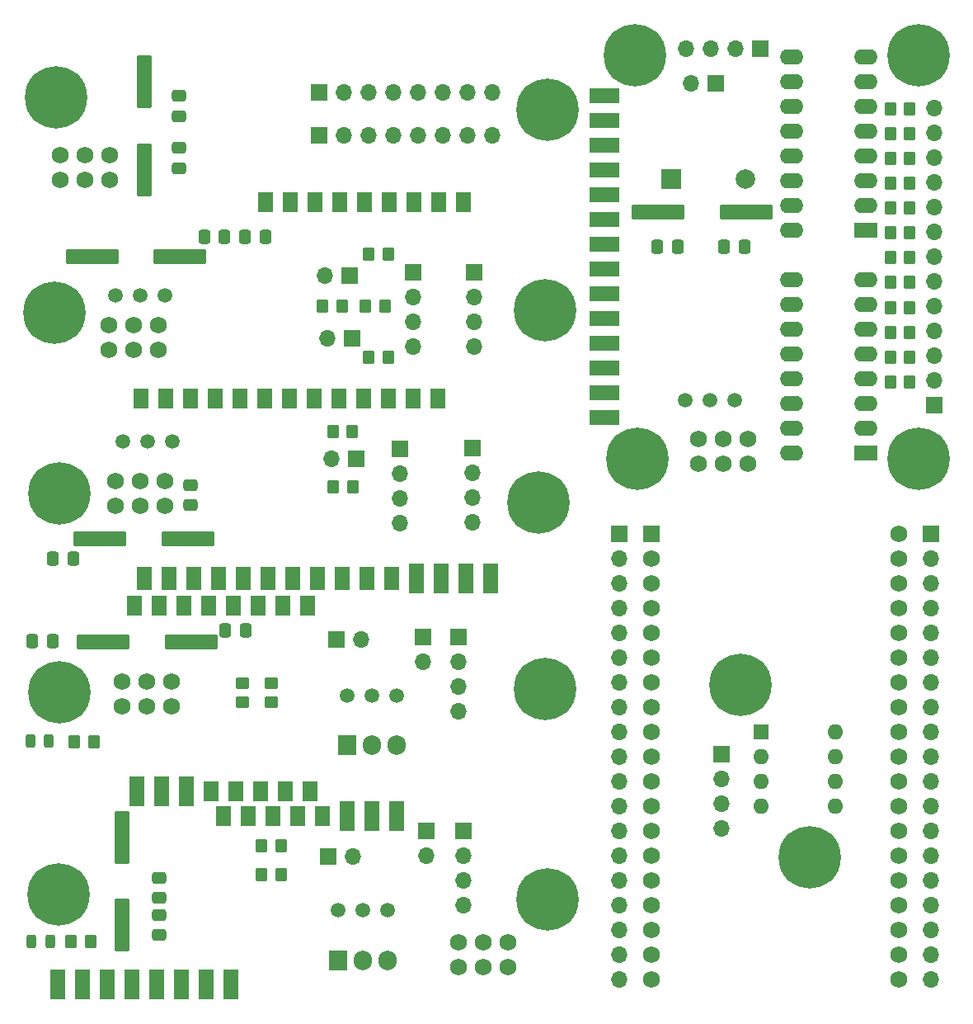
<source format=gbr>
%TF.GenerationSoftware,KiCad,Pcbnew,7.0.7*%
%TF.CreationDate,2023-11-05T16:16:48-05:00*%
%TF.ProjectId,MaisonEtape1,4d616973-6f6e-4457-9461-7065312e6b69,rev?*%
%TF.SameCoordinates,Original*%
%TF.FileFunction,Soldermask,Bot*%
%TF.FilePolarity,Negative*%
%FSLAX46Y46*%
G04 Gerber Fmt 4.6, Leading zero omitted, Abs format (unit mm)*
G04 Created by KiCad (PCBNEW 7.0.7) date 2023-11-05 16:16:48*
%MOMM*%
%LPD*%
G01*
G04 APERTURE LIST*
G04 Aperture macros list*
%AMRoundRect*
0 Rectangle with rounded corners*
0 $1 Rounding radius*
0 $2 $3 $4 $5 $6 $7 $8 $9 X,Y pos of 4 corners*
0 Add a 4 corners polygon primitive as box body*
4,1,4,$2,$3,$4,$5,$6,$7,$8,$9,$2,$3,0*
0 Add four circle primitives for the rounded corners*
1,1,$1+$1,$2,$3*
1,1,$1+$1,$4,$5*
1,1,$1+$1,$6,$7*
1,1,$1+$1,$8,$9*
0 Add four rect primitives between the rounded corners*
20,1,$1+$1,$2,$3,$4,$5,0*
20,1,$1+$1,$4,$5,$6,$7,0*
20,1,$1+$1,$6,$7,$8,$9,0*
20,1,$1+$1,$8,$9,$2,$3,0*%
%AMFreePoly0*
4,1,5,0.762000,-1.524000,-0.762000,-1.524000,-0.762000,1.524000,0.762000,1.524000,0.762000,-1.524000,0.762000,-1.524000,$1*%
%AMFreePoly1*
4,1,5,0.762000,-1.200000,-0.762000,-1.200000,-0.762000,1.200000,0.762000,1.200000,0.762000,-1.200000,0.762000,-1.200000,$1*%
%AMFreePoly2*
4,1,5,0.762000,-1.050000,-0.762000,-1.050000,-0.762000,1.050000,0.762000,1.050000,0.762000,-1.050000,0.762000,-1.050000,$1*%
%AMFreePoly3*
4,1,5,0.762000,-1.000000,-0.762000,-1.000000,-0.762000,1.000000,0.762000,1.000000,0.762000,-1.000000,0.762000,-1.000000,$1*%
G04 Aperture macros list end*
%ADD10FreePoly0,180.000000*%
%ADD11FreePoly1,180.000000*%
%ADD12R,1.700000X1.700000*%
%ADD13O,1.700000X1.700000*%
%ADD14C,1.750000*%
%ADD15C,0.800000*%
%ADD16C,6.400000*%
%ADD17FreePoly0,0.000000*%
%ADD18FreePoly2,0.000000*%
%ADD19R,2.000000X2.000000*%
%ADD20C,2.000000*%
%ADD21R,2.400000X1.600000*%
%ADD22O,2.400000X1.600000*%
%ADD23RoundRect,0.102000X-0.765000X-0.765000X0.765000X-0.765000X0.765000X0.765000X-0.765000X0.765000X0*%
%ADD24C,1.734000*%
%ADD25FreePoly3,0.000000*%
%ADD26C,1.500000*%
%ADD27R,1.905000X2.000000*%
%ADD28O,1.905000X2.000000*%
%ADD29FreePoly0,270.000000*%
%ADD30R,1.600000X1.600000*%
%ADD31O,1.600000X1.600000*%
%ADD32RoundRect,0.250000X0.350000X0.450000X-0.350000X0.450000X-0.350000X-0.450000X0.350000X-0.450000X0*%
%ADD33RoundRect,0.250000X-0.350000X-0.450000X0.350000X-0.450000X0.350000X0.450000X-0.350000X0.450000X0*%
%ADD34RoundRect,0.243750X-0.243750X-0.456250X0.243750X-0.456250X0.243750X0.456250X-0.243750X0.456250X0*%
%ADD35RoundRect,0.187500X0.562500X-2.562500X0.562500X2.562500X-0.562500X2.562500X-0.562500X-2.562500X0*%
%ADD36RoundRect,0.187500X2.562500X0.562500X-2.562500X0.562500X-2.562500X-0.562500X2.562500X-0.562500X0*%
%ADD37RoundRect,0.187500X-0.562500X2.562500X-0.562500X-2.562500X0.562500X-2.562500X0.562500X2.562500X0*%
%ADD38RoundRect,0.250000X0.475000X-0.337500X0.475000X0.337500X-0.475000X0.337500X-0.475000X-0.337500X0*%
%ADD39RoundRect,0.250000X-0.450000X0.350000X-0.450000X-0.350000X0.450000X-0.350000X0.450000X0.350000X0*%
%ADD40RoundRect,0.250000X-0.475000X0.337500X-0.475000X-0.337500X0.475000X-0.337500X0.475000X0.337500X0*%
%ADD41RoundRect,0.250000X-0.337500X-0.475000X0.337500X-0.475000X0.337500X0.475000X-0.337500X0.475000X0*%
%ADD42RoundRect,0.250000X0.337500X0.475000X-0.337500X0.475000X-0.337500X-0.475000X0.337500X-0.475000X0*%
G04 APERTURE END LIST*
D10*
%TO.C,U2_XT1*%
X142621000Y-98806000D03*
X140081000Y-98806000D03*
X137541000Y-98806000D03*
X135001000Y-98806000D03*
D11*
X132461000Y-98806000D03*
X129921000Y-98806000D03*
X127381000Y-98806000D03*
X124841000Y-98806000D03*
X122301000Y-98806000D03*
X119761000Y-98806000D03*
X117221000Y-98806000D03*
X114681000Y-98806000D03*
X112141000Y-98806000D03*
X109601000Y-98806000D03*
X107061000Y-98806000D03*
%TD*%
D12*
%TO.C,J_U2A1*%
X140750600Y-85410400D03*
D13*
X140750600Y-87950400D03*
X140750600Y-90490400D03*
X140750600Y-93030400D03*
%TD*%
D12*
%TO.C,J14*%
X125027100Y-48895000D03*
D13*
X127567100Y-48895000D03*
X130107100Y-48895000D03*
X132647100Y-48895000D03*
X135187100Y-48895000D03*
X137727100Y-48895000D03*
X140267100Y-48895000D03*
X142807100Y-48895000D03*
%TD*%
D14*
%TO.C,J3*%
X104775000Y-111900000D03*
X104775000Y-109360000D03*
X107315000Y-111900000D03*
X107315000Y-109360000D03*
X109855000Y-111900000D03*
X109855000Y-109360000D03*
%TD*%
D12*
%TO.C,U5_PW1*%
X165735000Y-48006000D03*
D13*
X163195000Y-48006000D03*
%TD*%
D15*
%TO.C,MH15*%
X184163000Y-86461600D03*
X184865944Y-84764544D03*
X184865944Y-88158656D03*
X186563000Y-84061600D03*
D16*
X186563000Y-86461600D03*
D15*
X186563000Y-88861600D03*
X188260056Y-84764544D03*
X188260056Y-88158656D03*
X188963000Y-86461600D03*
%TD*%
D12*
%TO.C,J_SPI_4*%
X139827000Y-124714000D03*
D13*
X139827000Y-127254000D03*
X139827000Y-129794000D03*
X139827000Y-132334000D03*
%TD*%
D12*
%TO.C,J6*%
X187833000Y-94234000D03*
D13*
X187833000Y-96774000D03*
X187833000Y-99314000D03*
X187833000Y-101854000D03*
X187833000Y-104394000D03*
X187833000Y-106934000D03*
X187833000Y-109474000D03*
X187833000Y-112014000D03*
X187833000Y-114554000D03*
X187833000Y-117094000D03*
X187833000Y-119634000D03*
X187833000Y-122174000D03*
X187833000Y-124714000D03*
X187833000Y-127254000D03*
X187833000Y-129794000D03*
X187833000Y-132334000D03*
X187833000Y-134874000D03*
X187833000Y-137414000D03*
X187833000Y-139954000D03*
%TD*%
D17*
%TO.C,U4_XT_L1*%
X98171000Y-140462000D03*
X100711000Y-140462000D03*
X103251000Y-140462000D03*
X105791000Y-140462000D03*
X108331000Y-140462000D03*
X110871000Y-140462000D03*
X113411000Y-140462000D03*
X115951000Y-140462000D03*
%TD*%
D14*
%TO.C,J4*%
X139319000Y-138684000D03*
X139319000Y-136144000D03*
X141859000Y-138684000D03*
X141859000Y-136144000D03*
X144399000Y-138684000D03*
X144399000Y-136144000D03*
%TD*%
D12*
%TO.C,U4_PW1*%
X136017000Y-124699000D03*
D13*
X136017000Y-127239000D03*
%TD*%
D15*
%TO.C,MH12*%
X155287900Y-86533100D03*
X155990844Y-84836044D03*
X155990844Y-88230156D03*
X157687900Y-84133100D03*
D16*
X157687900Y-86533100D03*
D15*
X157687900Y-88933100D03*
X159384956Y-84836044D03*
X159384956Y-88230156D03*
X160087900Y-86533100D03*
%TD*%
D17*
%TO.C,U3_XT_R1*%
X106299000Y-120650000D03*
X108839000Y-120650000D03*
X111379000Y-120650000D03*
D18*
X113919000Y-120650000D03*
X116459000Y-120650000D03*
X118999000Y-120650000D03*
X121539000Y-120650000D03*
X124079000Y-120650000D03*
%TD*%
D19*
%TO.C,BZ1*%
X161183000Y-57810400D03*
D20*
X168783000Y-57810400D03*
%TD*%
D21*
%TO.C,U7*%
X181178200Y-85902800D03*
D22*
X181178200Y-83362800D03*
X181178200Y-80822800D03*
X181178200Y-78282800D03*
X181178200Y-75742800D03*
X181178200Y-73202800D03*
X181178200Y-70662800D03*
X181178200Y-68122800D03*
X173558200Y-68122800D03*
X173558200Y-70662800D03*
X173558200Y-73202800D03*
X173558200Y-75742800D03*
X173558200Y-78282800D03*
X173558200Y-80822800D03*
X173558200Y-83362800D03*
X173558200Y-85902800D03*
%TD*%
D15*
%TO.C,MH4*%
X184213800Y-45072000D03*
X184916744Y-43374944D03*
X184916744Y-46769056D03*
X186613800Y-42672000D03*
D16*
X186613800Y-45072000D03*
D15*
X186613800Y-47472000D03*
X188310856Y-43374944D03*
X188310856Y-46769056D03*
X189013800Y-45072000D03*
%TD*%
D23*
%TO.C,ESP32*%
X159131000Y-94234000D03*
D24*
X159131000Y-96774000D03*
X159131000Y-99314000D03*
X159131000Y-101854000D03*
X159131000Y-104394000D03*
X159131000Y-106934000D03*
X159131000Y-109474000D03*
X159131000Y-112014000D03*
X159131000Y-114554000D03*
X159131000Y-117094000D03*
X159131000Y-119634000D03*
X159131000Y-122174000D03*
X159131000Y-124714000D03*
X159131000Y-127254000D03*
X159131000Y-129794000D03*
X159131000Y-132334000D03*
X159131000Y-134874000D03*
X159131000Y-137414000D03*
X159131000Y-139954000D03*
X184531000Y-139954000D03*
X184531000Y-137414000D03*
X184531000Y-134874000D03*
X184531000Y-132334000D03*
X184531000Y-129794000D03*
X184531000Y-127254000D03*
X184531000Y-124714000D03*
X184531000Y-122174000D03*
X184531000Y-119634000D03*
X184531000Y-117094000D03*
X184531000Y-114554000D03*
X184531000Y-112014000D03*
X184531000Y-109474000D03*
X184531000Y-106934000D03*
X184531000Y-104394000D03*
X184531000Y-101854000D03*
X184531000Y-99314000D03*
X184531000Y-96774000D03*
X184531000Y-94234000D03*
%TD*%
D21*
%TO.C,U6*%
X181178200Y-63042800D03*
D22*
X181178200Y-60502800D03*
X181178200Y-57962800D03*
X181178200Y-55422800D03*
X181178200Y-52882800D03*
X181178200Y-50342800D03*
X181178200Y-47802800D03*
X181178200Y-45262800D03*
X173558200Y-45262800D03*
X173558200Y-47802800D03*
X173558200Y-50342800D03*
X173558200Y-52882800D03*
X173558200Y-55422800D03*
X173558200Y-57962800D03*
X173558200Y-60502800D03*
X173558200Y-63042800D03*
%TD*%
D25*
%TO.C,LT_XT1*%
X119507000Y-60198000D03*
X122047000Y-60198000D03*
X124587000Y-60198000D03*
X127127000Y-60198000D03*
X129667000Y-60198000D03*
X132207000Y-60198000D03*
X134747000Y-60198000D03*
X137287000Y-60198000D03*
X139827000Y-60198000D03*
%TD*%
%TO.C,U3_XT_L1*%
X106045000Y-101600000D03*
X108585000Y-101600000D03*
X111125000Y-101600000D03*
X113665000Y-101600000D03*
X116205000Y-101600000D03*
X118745000Y-101600000D03*
X121285000Y-101600000D03*
X123825000Y-101600000D03*
%TD*%
D26*
%TO.C,SW_U3*%
X130429000Y-110833200D03*
X127889000Y-110833200D03*
X132969000Y-110833200D03*
%TD*%
D12*
%TO.C,J_SPI_5*%
X170307000Y-44399200D03*
D13*
X167767000Y-44399200D03*
X165227000Y-44399200D03*
X162687000Y-44399200D03*
%TD*%
D12*
%TO.C,J7*%
X155829000Y-94234000D03*
D13*
X155829000Y-96774000D03*
X155829000Y-99314000D03*
X155829000Y-101854000D03*
X155829000Y-104394000D03*
X155829000Y-106934000D03*
X155829000Y-109474000D03*
X155829000Y-112014000D03*
X155829000Y-114554000D03*
X155829000Y-117094000D03*
X155829000Y-119634000D03*
X155829000Y-122174000D03*
X155829000Y-124714000D03*
X155829000Y-127254000D03*
X155829000Y-129794000D03*
X155829000Y-132334000D03*
X155829000Y-134874000D03*
X155829000Y-137414000D03*
X155829000Y-139954000D03*
%TD*%
D14*
%TO.C,Jmaster1*%
X98425000Y-57912000D03*
X98425000Y-55372000D03*
X100965000Y-57912000D03*
X100965000Y-55372000D03*
X103505000Y-57912000D03*
X103505000Y-55372000D03*
%TD*%
D12*
%TO.C,J_U6*%
X166363000Y-116840000D03*
D13*
X166363000Y-119380000D03*
X166363000Y-121920000D03*
X166363000Y-124460000D03*
%TD*%
D12*
%TO.C,Door1*%
X128885000Y-86486600D03*
D13*
X126345000Y-86486600D03*
%TD*%
D15*
%TO.C,MH21*%
X95978900Y-110422100D03*
X96681844Y-108725044D03*
X96681844Y-112119156D03*
X98378900Y-108022100D03*
D16*
X98378900Y-110422100D03*
D15*
X98378900Y-112822100D03*
X100075956Y-108725044D03*
X100075956Y-112119156D03*
X100778900Y-110422100D03*
%TD*%
D12*
%TO.C,J_SPI_3*%
X139319000Y-104788000D03*
D13*
X139319000Y-107328000D03*
X139319000Y-109868000D03*
X139319000Y-112408000D03*
%TD*%
D15*
%TO.C,MH5*%
X95453800Y-71547100D03*
X96156744Y-69850044D03*
X96156744Y-73244156D03*
X97853800Y-69147100D03*
D16*
X97853800Y-71547100D03*
D15*
X97853800Y-73947100D03*
X99550856Y-69850044D03*
X99550856Y-73244156D03*
X100253800Y-71547100D03*
%TD*%
D26*
%TO.C,SW1*%
X106654600Y-69697600D03*
X104114600Y-69697600D03*
X109194600Y-69697600D03*
%TD*%
D25*
%TO.C,U1_XT1*%
X106781600Y-80289400D03*
X109321600Y-80289400D03*
X111861600Y-80289400D03*
X114401600Y-80289400D03*
X116941600Y-80289400D03*
X119481600Y-80289400D03*
X122021600Y-80289400D03*
X124561600Y-80289400D03*
X127101600Y-80289400D03*
X129641600Y-80289400D03*
X132181600Y-80289400D03*
X134721600Y-80289400D03*
X137261600Y-80289400D03*
%TD*%
D27*
%TO.C,Q1*%
X127013000Y-137944400D03*
D28*
X129553000Y-137944400D03*
X132093000Y-137944400D03*
%TD*%
D14*
%TO.C,J2*%
X104140000Y-91279800D03*
X104140000Y-88739800D03*
X106680000Y-91279800D03*
X106680000Y-88739800D03*
X109220000Y-91279800D03*
X109220000Y-88739800D03*
%TD*%
D15*
%TO.C,MH30*%
X145809000Y-110122000D03*
X146511944Y-108424944D03*
X146511944Y-111819056D03*
X148209000Y-107722000D03*
D16*
X148209000Y-110122000D03*
D15*
X148209000Y-112522000D03*
X149906056Y-108424944D03*
X149906056Y-111819056D03*
X150609000Y-110122000D03*
%TD*%
D12*
%TO.C,J_U1B1*%
X134696200Y-67370800D03*
D13*
X134696200Y-69910800D03*
X134696200Y-72450800D03*
X134696200Y-74990800D03*
%TD*%
D14*
%TO.C,J1*%
X103454200Y-75336400D03*
X103454200Y-72796400D03*
X105994200Y-75336400D03*
X105994200Y-72796400D03*
X108534200Y-75336400D03*
X108534200Y-72796400D03*
%TD*%
D15*
%TO.C,MH11*%
X145174000Y-90999900D03*
X145876944Y-89302844D03*
X145876944Y-92696956D03*
X147574000Y-88599900D03*
D16*
X147574000Y-90999900D03*
D15*
X147574000Y-93399900D03*
X149271056Y-89302844D03*
X149271056Y-92696956D03*
X149974000Y-90999900D03*
%TD*%
D29*
%TO.C,U5_XT1*%
X154305000Y-49276000D03*
X154305000Y-51816000D03*
X154305000Y-54356000D03*
X154305000Y-56896000D03*
X154305000Y-59436000D03*
X154305000Y-61976000D03*
X154305000Y-64516000D03*
X154305000Y-67056000D03*
X154305000Y-69596000D03*
X154305000Y-72136000D03*
X154305000Y-74676000D03*
X154305000Y-77216000D03*
X154305000Y-79756000D03*
X154305000Y-82296000D03*
%TD*%
D30*
%TO.C,U8*%
X170427000Y-114554000D03*
D31*
X170427000Y-117094000D03*
X170427000Y-119634000D03*
X170427000Y-122174000D03*
X178047000Y-122174000D03*
X178047000Y-119634000D03*
X178047000Y-117094000D03*
X178047000Y-114554000D03*
%TD*%
D12*
%TO.C,Window2*%
X128397000Y-74168000D03*
D13*
X125857000Y-74168000D03*
%TD*%
D15*
%TO.C,MH7*%
X95978900Y-90030000D03*
X96681844Y-88332944D03*
X96681844Y-91727056D03*
X98378900Y-87630000D03*
D16*
X98378900Y-90030000D03*
D15*
X98378900Y-92430000D03*
X100075956Y-88332944D03*
X100075956Y-91727056D03*
X100778900Y-90030000D03*
%TD*%
%TO.C,MH50*%
X146063000Y-131686000D03*
X146765944Y-129988944D03*
X146765944Y-133383056D03*
X148463000Y-129286000D03*
D16*
X148463000Y-131686000D03*
D15*
X148463000Y-134086000D03*
X150160056Y-129988944D03*
X150160056Y-133383056D03*
X150863000Y-131686000D03*
%TD*%
D12*
%TO.C,J12*%
X126822200Y-105067400D03*
D13*
X129362200Y-105067400D03*
%TD*%
D14*
%TO.C,J5*%
X163957000Y-86960000D03*
X163957000Y-84420000D03*
X166497000Y-86960000D03*
X166497000Y-84420000D03*
X169037000Y-86960000D03*
X169037000Y-84420000D03*
%TD*%
D15*
%TO.C,MH1*%
X95657000Y-49416000D03*
X96359944Y-47718944D03*
X96359944Y-51113056D03*
X98057000Y-47016000D03*
D16*
X98057000Y-49416000D03*
D15*
X98057000Y-51816000D03*
X99754056Y-47718944D03*
X99754056Y-51113056D03*
X100457000Y-49416000D03*
%TD*%
%TO.C,MH6*%
X145809000Y-71247000D03*
X146511944Y-69549944D03*
X146511944Y-72944056D03*
X148209000Y-68847000D03*
D16*
X148209000Y-71247000D03*
D15*
X148209000Y-73647000D03*
X149906056Y-69549944D03*
X149906056Y-72944056D03*
X150609000Y-71247000D03*
%TD*%
D12*
%TO.C,U3_PW1*%
X135685000Y-104783000D03*
D13*
X135685000Y-107323000D03*
%TD*%
D26*
%TO.C,SW_U4*%
X129553000Y-132833800D03*
X127013000Y-132833800D03*
X132093000Y-132833800D03*
%TD*%
D15*
%TO.C,Mh3*%
X155033900Y-45131100D03*
X155736844Y-43434044D03*
X155736844Y-46828156D03*
X157433900Y-42731100D03*
D16*
X157433900Y-45131100D03*
D15*
X157433900Y-47531100D03*
X159130956Y-43434044D03*
X159130956Y-46828156D03*
X159833900Y-45131100D03*
%TD*%
D12*
%TO.C,J_U1A1*%
X140967600Y-67351600D03*
D13*
X140967600Y-69891600D03*
X140967600Y-72431600D03*
X140967600Y-74971600D03*
%TD*%
D12*
%TO.C,J11*%
X125997000Y-127296600D03*
D13*
X128537000Y-127296600D03*
%TD*%
D12*
%TO.C,Window1*%
X128143000Y-67691000D03*
D13*
X125603000Y-67691000D03*
%TD*%
D26*
%TO.C,SW2*%
X107467400Y-84734400D03*
X104927400Y-84734400D03*
X110007400Y-84734400D03*
%TD*%
D27*
%TO.C,Q2*%
X127889000Y-115913200D03*
D28*
X130429000Y-115913200D03*
X132969000Y-115913200D03*
%TD*%
D12*
%TO.C,J13*%
X125027100Y-53340000D03*
D13*
X127567100Y-53340000D03*
X130107100Y-53340000D03*
X132647100Y-53340000D03*
X135187100Y-53340000D03*
X137727100Y-53340000D03*
X140267100Y-53340000D03*
X142807100Y-53340000D03*
%TD*%
D15*
%TO.C,MH2*%
X146063000Y-50686000D03*
X146765944Y-48988944D03*
X146765944Y-52383056D03*
X148463000Y-48286000D03*
D16*
X148463000Y-50686000D03*
D15*
X148463000Y-53086000D03*
X150160056Y-48988944D03*
X150160056Y-52383056D03*
X150863000Y-50686000D03*
%TD*%
D16*
%TO.C,MH434*%
X175380000Y-127381000D03*
%TD*%
D15*
%TO.C,MH40*%
X95851900Y-131237100D03*
X96554844Y-129540044D03*
X96554844Y-132934156D03*
X98251900Y-128837100D03*
D16*
X98251900Y-131237100D03*
D15*
X98251900Y-133637100D03*
X99948956Y-129540044D03*
X99948956Y-132934156D03*
X100651900Y-131237100D03*
%TD*%
D18*
%TO.C,U4_XT_R1*%
X115189000Y-123190000D03*
X117729000Y-123190000D03*
X120269000Y-123190000D03*
X122809000Y-123190000D03*
X125349000Y-123190000D03*
D17*
X127889000Y-123190000D03*
X130429000Y-123190000D03*
X132969000Y-123190000D03*
%TD*%
D12*
%TO.C,J_U2B1*%
X133324600Y-85496400D03*
D13*
X133324600Y-88036400D03*
X133324600Y-90576400D03*
X133324600Y-93116400D03*
%TD*%
D16*
%TO.C,MH235*%
X168268000Y-109728000D03*
%TD*%
D26*
%TO.C,SW_U5*%
X165145000Y-80460000D03*
X167685000Y-80460000D03*
X162605000Y-80460000D03*
%TD*%
D12*
%TO.C,J10*%
X188185000Y-81026000D03*
D13*
X188185000Y-78486000D03*
X188185000Y-75946000D03*
X188185000Y-73406000D03*
X188185000Y-70866000D03*
X188185000Y-68326000D03*
X188185000Y-65786000D03*
X188185000Y-63246000D03*
X188185000Y-60706000D03*
X188185000Y-58166000D03*
X188185000Y-55626000D03*
X188185000Y-53086000D03*
X188185000Y-50546000D03*
%TD*%
D32*
%TO.C,R1*%
X121120200Y-126179000D03*
X119120200Y-126179000D03*
%TD*%
D33*
%TO.C,R8*%
X183685000Y-73505500D03*
X185685000Y-73505500D03*
%TD*%
D34*
%TO.C,LED_lum1*%
X95381600Y-115456000D03*
X97256600Y-115456000D03*
%TD*%
D35*
%TO.C,Y_LT1*%
X107061000Y-56820100D03*
X107061000Y-47820100D03*
%TD*%
D33*
%TO.C,R30*%
X129800600Y-70866000D03*
X131800600Y-70866000D03*
%TD*%
D36*
%TO.C,Y_U5*%
X168861500Y-61214000D03*
X159861500Y-61214000D03*
%TD*%
D33*
%TO.C,R32*%
X99899100Y-115501000D03*
X101899100Y-115501000D03*
%TD*%
D32*
%TO.C,R15*%
X132156200Y-65481200D03*
X130156200Y-65481200D03*
%TD*%
D33*
%TO.C,R12*%
X183685000Y-68414500D03*
X185685000Y-68414500D03*
%TD*%
%TO.C,R14*%
X183685000Y-65869100D03*
X185685000Y-65869100D03*
%TD*%
D37*
%TO.C,Y_U4*%
X104775000Y-125366000D03*
X104775000Y-134366000D03*
%TD*%
D36*
%TO.C,Y1*%
X110727000Y-65786000D03*
X101727000Y-65786000D03*
%TD*%
D38*
%TO.C,C10*%
X111810800Y-91258300D03*
X111810800Y-89183300D03*
%TD*%
D39*
%TO.C,R18*%
X117185000Y-109490000D03*
X117185000Y-111490000D03*
%TD*%
D33*
%TO.C,R10*%
X183685000Y-70960000D03*
X185685000Y-70960000D03*
%TD*%
%TO.C,R9*%
X183685000Y-55687300D03*
X185685000Y-55687300D03*
%TD*%
D32*
%TO.C,R31*%
X128447800Y-83667600D03*
X126447800Y-83667600D03*
%TD*%
D40*
%TO.C,C8*%
X110617000Y-54588500D03*
X110617000Y-56663500D03*
%TD*%
D33*
%TO.C,R4*%
X183685000Y-78596400D03*
X185685000Y-78596400D03*
%TD*%
D34*
%TO.C,LED_mtr1*%
X95521600Y-135983400D03*
X97396600Y-135983400D03*
%TD*%
D41*
%TO.C,C11*%
X117449600Y-63677800D03*
X119524600Y-63677800D03*
%TD*%
D42*
%TO.C,C3*%
X97684500Y-105245200D03*
X95609500Y-105245200D03*
%TD*%
D33*
%TO.C,R3*%
X183685000Y-63323600D03*
X185685000Y-63323600D03*
%TD*%
D41*
%TO.C,C5*%
X159768000Y-64770000D03*
X161843000Y-64770000D03*
%TD*%
%TO.C,C4*%
X115421500Y-104089200D03*
X117496500Y-104089200D03*
%TD*%
D33*
%TO.C,R13*%
X183685000Y-50596400D03*
X185685000Y-50596400D03*
%TD*%
D32*
%TO.C,R23*%
X132156200Y-76047600D03*
X130156200Y-76047600D03*
%TD*%
D42*
%TO.C,C9*%
X99767300Y-96748600D03*
X97692300Y-96748600D03*
%TD*%
D33*
%TO.C,R7*%
X183685000Y-58232700D03*
X185685000Y-58232700D03*
%TD*%
%TO.C,R33*%
X99546200Y-135983400D03*
X101546200Y-135983400D03*
%TD*%
D32*
%TO.C,R17*%
X128498600Y-89408000D03*
X126498600Y-89408000D03*
%TD*%
%TO.C,R2*%
X121120200Y-129129000D03*
X119120200Y-129129000D03*
%TD*%
D42*
%TO.C,C6*%
X168722500Y-64770000D03*
X166647500Y-64770000D03*
%TD*%
D36*
%TO.C,Y2*%
X111561000Y-94742000D03*
X102561000Y-94742000D03*
%TD*%
D40*
%TO.C,C1*%
X108585000Y-133307000D03*
X108585000Y-135382000D03*
%TD*%
D39*
%TO.C,R19*%
X120135000Y-109490000D03*
X120135000Y-111490000D03*
%TD*%
D38*
%TO.C,C2*%
X108585000Y-131572000D03*
X108585000Y-129497000D03*
%TD*%
D33*
%TO.C,R6*%
X183685000Y-76050900D03*
X185685000Y-76050900D03*
%TD*%
D42*
%TO.C,C12*%
X115337500Y-63703200D03*
X113262500Y-63703200D03*
%TD*%
D32*
%TO.C,R29*%
X127381000Y-70866000D03*
X125381000Y-70866000D03*
%TD*%
D33*
%TO.C,R11*%
X183685000Y-53141800D03*
X185685000Y-53141800D03*
%TD*%
D36*
%TO.C,Y_U3*%
X111887000Y-105296000D03*
X102887000Y-105296000D03*
%TD*%
D33*
%TO.C,R5*%
X183685000Y-60778200D03*
X185685000Y-60778200D03*
%TD*%
D38*
%TO.C,C7*%
X110617000Y-51329500D03*
X110617000Y-49254500D03*
%TD*%
M02*

</source>
